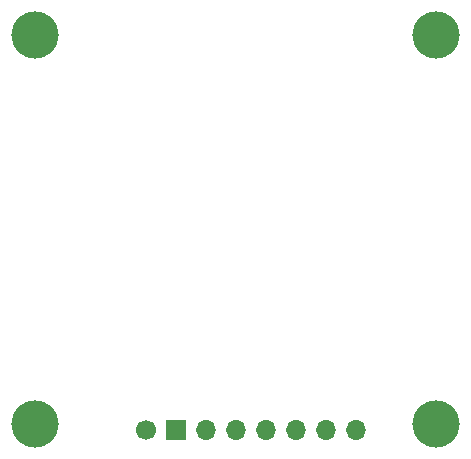
<source format=gbr>
G04 #@! TF.GenerationSoftware,KiCad,Pcbnew,(5.1.10)-1*
G04 #@! TF.CreationDate,2021-09-08T10:41:52-04:00*
G04 #@! TF.ProjectId,SharpDisplayPcb,53686172-7044-4697-9370-6c6179506362,rev?*
G04 #@! TF.SameCoordinates,Original*
G04 #@! TF.FileFunction,Soldermask,Bot*
G04 #@! TF.FilePolarity,Negative*
%FSLAX46Y46*%
G04 Gerber Fmt 4.6, Leading zero omitted, Abs format (unit mm)*
G04 Created by KiCad (PCBNEW (5.1.10)-1) date 2021-09-08 10:41:52*
%MOMM*%
%LPD*%
G01*
G04 APERTURE LIST*
%ADD10O,1.700000X1.700000*%
%ADD11R,1.700000X1.700000*%
%ADD12C,1.700000*%
%ADD13C,4.000000*%
G04 APERTURE END LIST*
D10*
G04 #@! TO.C,J1*
X117749100Y-103856100D03*
X115209100Y-103856100D03*
X112669100Y-103856100D03*
X110129100Y-103856100D03*
X107589100Y-103856100D03*
X105049100Y-103856100D03*
D11*
X102509100Y-103856100D03*
D12*
X99969100Y-103856100D03*
G04 #@! TD*
D13*
G04 #@! TO.C,M3*
X124589100Y-103396100D03*
G04 #@! TD*
G04 #@! TO.C,M3*
X90589100Y-103396100D03*
G04 #@! TD*
G04 #@! TO.C,M3*
X90589100Y-70396100D03*
G04 #@! TD*
G04 #@! TO.C,M3*
X124589100Y-70396100D03*
G04 #@! TD*
M02*

</source>
